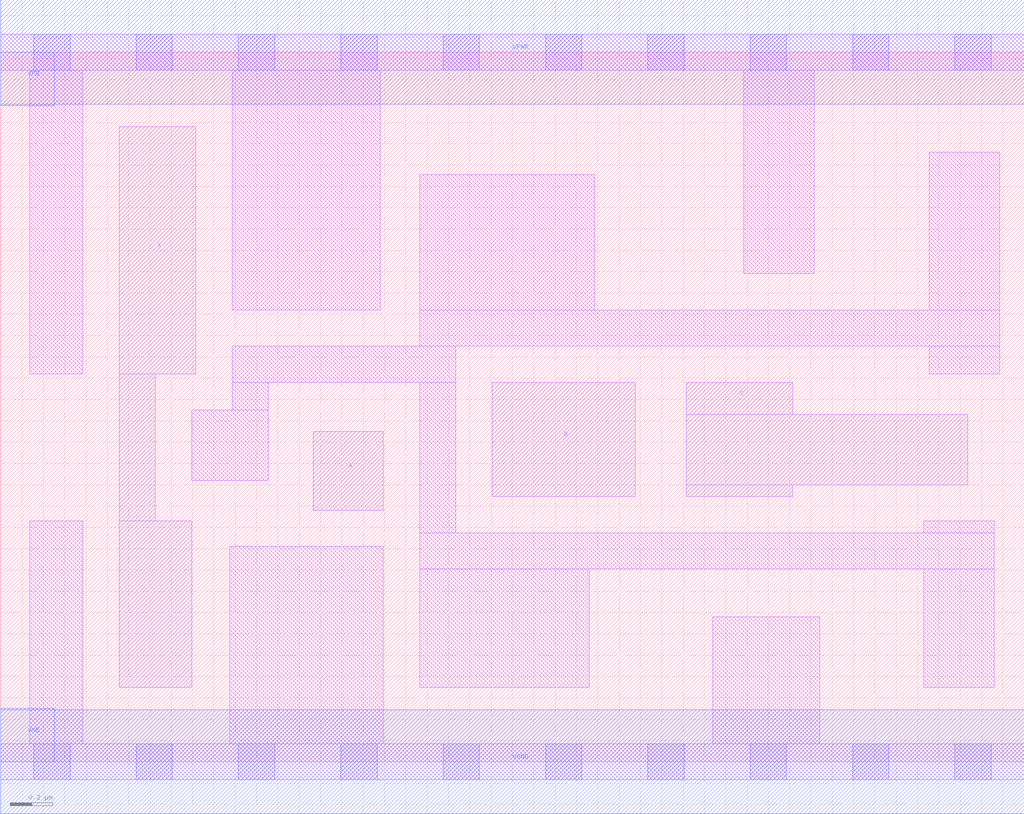
<source format=lef>
# Copyright 2020 The SkyWater PDK Authors
#
# Licensed under the Apache License, Version 2.0 (the "License");
# you may not use this file except in compliance with the License.
# You may obtain a copy of the License at
#
#     https://www.apache.org/licenses/LICENSE-2.0
#
# Unless required by applicable law or agreed to in writing, software
# distributed under the License is distributed on an "AS IS" BASIS,
# WITHOUT WARRANTIES OR CONDITIONS OF ANY KIND, either express or implied.
# See the License for the specific language governing permissions and
# limitations under the License.
#
# SPDX-License-Identifier: Apache-2.0

VERSION 5.5 ;
NAMESCASESENSITIVE ON ;
BUSBITCHARS "[]" ;
DIVIDERCHAR "/" ;
MACRO sky130_fd_sc_hs__maj3_2
  CLASS CORE ;
  SOURCE USER ;
  ORIGIN  0.000000  0.000000 ;
  SIZE  4.800000 BY  3.330000 ;
  SYMMETRY X Y ;
  SITE unit ;
  PIN A
    ANTENNAGATEAREA  0.522000 ;
    DIRECTION INPUT ;
    USE SIGNAL ;
    PORT
      LAYER li1 ;
        RECT 1.465000 1.180000 1.795000 1.550000 ;
    END
  END A
  PIN B
    ANTENNAGATEAREA  0.522000 ;
    DIRECTION INPUT ;
    USE SIGNAL ;
    PORT
      LAYER li1 ;
        RECT 2.305000 1.245000 2.975000 1.780000 ;
    END
  END B
  PIN C
    ANTENNAGATEAREA  0.522000 ;
    DIRECTION INPUT ;
    USE SIGNAL ;
    PORT
      LAYER li1 ;
        RECT 3.215000 1.245000 3.715000 1.300000 ;
        RECT 3.215000 1.300000 4.535000 1.630000 ;
        RECT 3.215000 1.630000 3.715000 1.780000 ;
    END
  END C
  PIN X
    ANTENNADIFFAREA  0.543200 ;
    DIRECTION OUTPUT ;
    USE SIGNAL ;
    PORT
      LAYER li1 ;
        RECT 0.555000 0.350000 0.895000 1.130000 ;
        RECT 0.555000 1.130000 0.725000 1.820000 ;
        RECT 0.555000 1.820000 0.915000 2.980000 ;
    END
  END X
  PIN VGND
    DIRECTION INOUT ;
    USE GROUND ;
    PORT
      LAYER met1 ;
        RECT 0.000000 -0.245000 4.800000 0.245000 ;
    END
  END VGND
  PIN VNB
    DIRECTION INOUT ;
    USE GROUND ;
    PORT
      LAYER met1 ;
        RECT 0.000000 0.000000 0.250000 0.250000 ;
    END
  END VNB
  PIN VPB
    DIRECTION INOUT ;
    USE POWER ;
    PORT
      LAYER met1 ;
        RECT 0.000000 3.080000 0.250000 3.330000 ;
    END
  END VPB
  PIN VPWR
    DIRECTION INOUT ;
    USE POWER ;
    PORT
      LAYER met1 ;
        RECT 0.000000 3.085000 4.800000 3.575000 ;
    END
  END VPWR
  OBS
    LAYER li1 ;
      RECT 0.000000 -0.085000 4.800000 0.085000 ;
      RECT 0.000000  3.245000 4.800000 3.415000 ;
      RECT 0.135000  0.085000 0.385000 1.130000 ;
      RECT 0.135000  1.820000 0.385000 3.245000 ;
      RECT 0.895000  1.320000 1.255000 1.650000 ;
      RECT 1.075000  0.085000 1.795000 1.010000 ;
      RECT 1.085000  1.650000 1.255000 1.780000 ;
      RECT 1.085000  1.780000 2.135000 1.950000 ;
      RECT 1.085000  2.120000 1.780000 3.245000 ;
      RECT 1.965000  0.350000 2.760000 0.905000 ;
      RECT 1.965000  0.905000 4.660000 1.075000 ;
      RECT 1.965000  1.075000 2.135000 1.780000 ;
      RECT 1.965000  1.950000 4.685000 2.120000 ;
      RECT 1.965000  2.120000 2.785000 2.755000 ;
      RECT 3.340000  0.085000 3.840000 0.680000 ;
      RECT 3.485000  2.290000 3.815000 3.245000 ;
      RECT 4.330000  0.350000 4.660000 0.905000 ;
      RECT 4.330000  1.075000 4.660000 1.130000 ;
      RECT 4.355000  1.820000 4.685000 1.950000 ;
      RECT 4.355000  2.120000 4.685000 2.860000 ;
    LAYER mcon ;
      RECT 0.155000 -0.085000 0.325000 0.085000 ;
      RECT 0.155000  3.245000 0.325000 3.415000 ;
      RECT 0.635000 -0.085000 0.805000 0.085000 ;
      RECT 0.635000  3.245000 0.805000 3.415000 ;
      RECT 1.115000 -0.085000 1.285000 0.085000 ;
      RECT 1.115000  3.245000 1.285000 3.415000 ;
      RECT 1.595000 -0.085000 1.765000 0.085000 ;
      RECT 1.595000  3.245000 1.765000 3.415000 ;
      RECT 2.075000 -0.085000 2.245000 0.085000 ;
      RECT 2.075000  3.245000 2.245000 3.415000 ;
      RECT 2.555000 -0.085000 2.725000 0.085000 ;
      RECT 2.555000  3.245000 2.725000 3.415000 ;
      RECT 3.035000 -0.085000 3.205000 0.085000 ;
      RECT 3.035000  3.245000 3.205000 3.415000 ;
      RECT 3.515000 -0.085000 3.685000 0.085000 ;
      RECT 3.515000  3.245000 3.685000 3.415000 ;
      RECT 3.995000 -0.085000 4.165000 0.085000 ;
      RECT 3.995000  3.245000 4.165000 3.415000 ;
      RECT 4.475000 -0.085000 4.645000 0.085000 ;
      RECT 4.475000  3.245000 4.645000 3.415000 ;
  END
END sky130_fd_sc_hs__maj3_2

</source>
